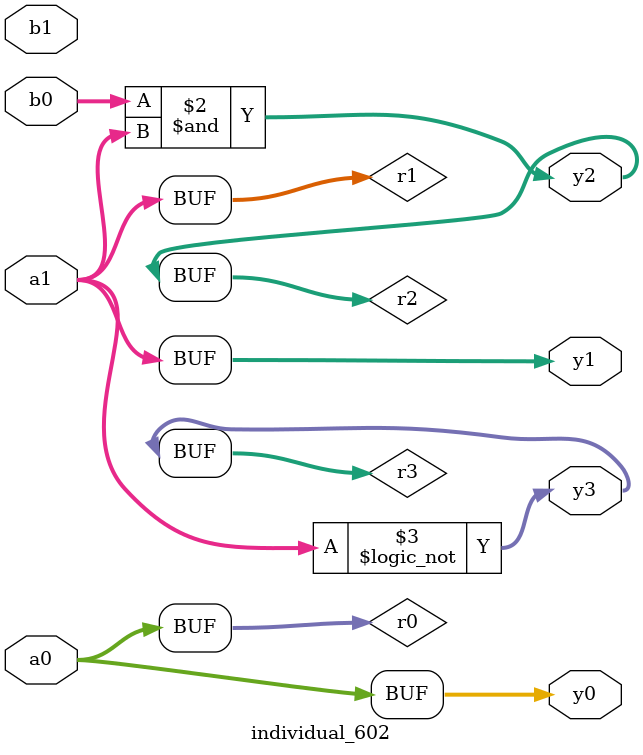
<source format=sv>
module individual_602(input logic [15:0] a1, input logic [15:0] a0, input logic [15:0] b1, input logic [15:0] b0, output logic [15:0] y3, output logic [15:0] y2, output logic [15:0] y1, output logic [15:0] y0);
logic [15:0] r0, r1, r2, r3; 
 always@(*) begin 
	 r0 = a0; r1 = a1; r2 = b0; r3 = b1; 
 	 r2  &=  a1 ;
 	 r3 = ! a1 ;
 	 y3 = r3; y2 = r2; y1 = r1; y0 = r0; 
end
endmodule
</source>
